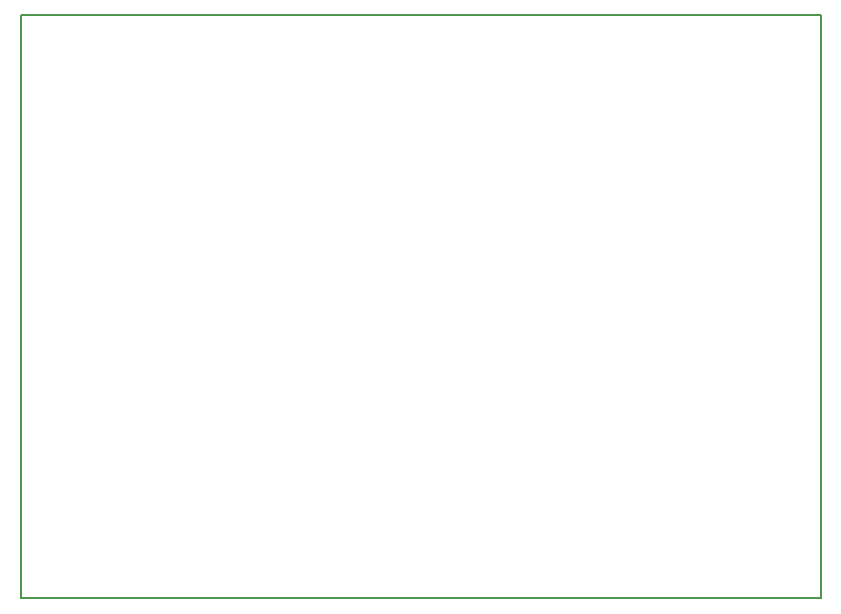
<source format=gbr>
G04 #@! TF.FileFunction,Profile,NP*
%FSLAX46Y46*%
G04 Gerber Fmt 4.6, Leading zero omitted, Abs format (unit mm)*
G04 Created by KiCad (PCBNEW (after 2015-may-01 BZR unknown)-product) date Sun 10 May 2015 22:33:08 EDT*
%MOMM*%
G01*
G04 APERTURE LIST*
%ADD10C,0.100000*%
%ADD11C,0.150000*%
G04 APERTURE END LIST*
D10*
D11*
X140725000Y-87925000D02*
X140725000Y-38550000D01*
X208425000Y-87925000D02*
X140725000Y-87925000D01*
X208425000Y-38550000D02*
X208425000Y-87925000D01*
X140725000Y-38550000D02*
X208425000Y-38550000D01*
M02*

</source>
